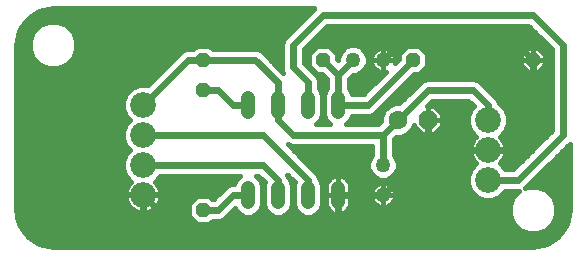
<source format=gbl>
G75*
G70*
%OFA0B0*%
%FSLAX24Y24*%
%IPPOS*%
%LPD*%
%AMOC8*
5,1,8,0,0,1.08239X$1,22.5*
%
%ADD10C,0.0860*%
%ADD11C,0.0480*%
%ADD12OC8,0.0480*%
%ADD13C,0.0500*%
%ADD14OC8,0.0630*%
%ADD15C,0.0630*%
%ADD16C,0.0240*%
%ADD17C,0.0160*%
D10*
X005181Y002681D03*
X005181Y003681D03*
X005181Y004681D03*
X005181Y005681D03*
X016681Y005181D03*
X016681Y004181D03*
X016681Y003181D03*
D11*
X011681Y002921D02*
X011681Y002441D01*
X010681Y002441D02*
X010681Y002921D01*
X009681Y002921D02*
X009681Y002441D01*
X008681Y002441D02*
X008681Y002921D01*
X008681Y005441D02*
X008681Y005921D01*
X009681Y005921D02*
X009681Y005441D01*
X010681Y005441D02*
X010681Y005921D01*
X011681Y005921D02*
X011681Y005441D01*
D12*
X011181Y007181D03*
X014181Y007181D03*
X018181Y007181D03*
X007181Y007181D03*
X007181Y006181D03*
X007181Y002181D03*
D13*
X013181Y002681D03*
X013181Y003681D03*
X013181Y007181D03*
X012181Y007181D03*
D14*
X014681Y005181D03*
D15*
X013681Y005181D03*
D16*
X014681Y006181D01*
X016181Y006181D01*
X016681Y005681D01*
X016681Y005181D01*
X017681Y004181D02*
X018181Y004681D01*
X018181Y007181D01*
X017181Y008181D01*
X014181Y008181D01*
X013181Y007181D01*
X012181Y007181D02*
X011681Y006681D01*
X011181Y007181D01*
X011681Y006681D02*
X011681Y005681D01*
X012681Y005681D01*
X014181Y007181D01*
X011181Y008681D02*
X018181Y008681D01*
X019181Y007681D01*
X019181Y004681D01*
X017681Y003181D01*
X016681Y003181D01*
X016681Y004181D02*
X014681Y004181D01*
X014681Y005181D01*
X013681Y005181D02*
X013181Y004681D01*
X010181Y004681D01*
X009681Y005181D01*
X009681Y005681D01*
X009681Y006431D01*
X008931Y007181D01*
X007181Y007181D01*
X006681Y007181D01*
X005181Y005681D01*
X005181Y004681D02*
X009181Y004681D01*
X010681Y003181D01*
X010681Y002681D01*
X009681Y002681D02*
X009681Y003181D01*
X009181Y003681D01*
X005181Y003681D01*
X005181Y002681D02*
X006681Y001181D01*
X011056Y001181D01*
X011681Y001806D01*
X011681Y002681D01*
X013181Y002681D01*
X014681Y004181D01*
X013181Y004681D02*
X013181Y003681D01*
X016681Y004181D02*
X017681Y004181D01*
X010681Y005681D02*
X010681Y006431D01*
X010181Y006931D01*
X010181Y007681D01*
X011181Y008681D01*
X008181Y005681D02*
X007681Y006181D01*
X007181Y006181D01*
X008181Y005681D02*
X008681Y005681D01*
X008681Y002681D02*
X008181Y002681D01*
X007681Y002181D01*
X007181Y002181D01*
D17*
X002022Y000972D02*
X001715Y001054D01*
X001439Y001214D01*
X001214Y001439D01*
X001054Y001715D01*
X000972Y002022D01*
X000961Y002181D01*
X000961Y002237D01*
X000961Y007626D01*
X000961Y007681D01*
X000972Y007841D01*
X001054Y008148D01*
X001214Y008424D01*
X001439Y008649D01*
X001715Y008809D01*
X002022Y008891D01*
X002181Y008901D01*
X010892Y008901D01*
X002180Y008901D01*
X001601Y008743D02*
X010734Y008743D01*
X010575Y008584D02*
X001374Y008584D01*
X001215Y008426D02*
X001940Y008426D01*
X002026Y008461D02*
X001740Y008343D01*
X001520Y008123D01*
X001401Y007837D01*
X001401Y007526D01*
X001520Y007240D01*
X001740Y007020D01*
X002026Y006901D01*
X002337Y006901D01*
X002623Y007020D01*
X002843Y007240D01*
X002961Y007526D01*
X002961Y007837D01*
X002843Y008123D01*
X002623Y008343D01*
X002337Y008461D01*
X002026Y008461D01*
X002423Y008426D02*
X010417Y008426D01*
X010258Y008267D02*
X002699Y008267D01*
X002849Y008109D02*
X010099Y008109D01*
X009941Y007950D02*
X002914Y007950D01*
X002961Y007791D02*
X009837Y007791D01*
X009821Y007753D02*
X009821Y007610D01*
X009821Y006860D01*
X009863Y006758D01*
X009237Y007385D01*
X009135Y007487D01*
X009003Y007541D01*
X007500Y007541D01*
X007380Y007661D01*
X006983Y007661D01*
X006863Y007541D01*
X006610Y007541D01*
X006477Y007487D01*
X006376Y007385D01*
X005334Y006343D01*
X005315Y006351D01*
X005048Y006351D01*
X004802Y006249D01*
X004613Y006061D01*
X004511Y005815D01*
X004511Y005548D01*
X004613Y005302D01*
X004734Y005181D01*
X004613Y005061D01*
X004511Y004815D01*
X004511Y004548D01*
X004613Y004302D01*
X004734Y004181D01*
X004613Y004061D01*
X004511Y003815D01*
X004511Y003548D01*
X004613Y003302D01*
X004791Y003125D01*
X004731Y003066D01*
X004677Y002991D01*
X004635Y002908D01*
X004606Y002820D01*
X004591Y002728D01*
X004591Y002700D01*
X005163Y002700D01*
X005163Y002663D01*
X005200Y002663D01*
X005200Y002700D01*
X005771Y002700D01*
X005771Y002728D01*
X005757Y002820D01*
X005728Y002908D01*
X005686Y002991D01*
X005631Y003066D01*
X005572Y003125D01*
X005749Y003302D01*
X005757Y003321D01*
X008403Y003321D01*
X008274Y003193D01*
X008212Y003041D01*
X008110Y003041D01*
X007977Y002987D01*
X007876Y002885D01*
X007532Y002541D01*
X007500Y002541D01*
X007380Y002661D01*
X006983Y002661D01*
X006701Y002380D01*
X006701Y001983D01*
X006983Y001701D01*
X007380Y001701D01*
X007500Y001821D01*
X007610Y001821D01*
X007753Y001821D01*
X007885Y001876D01*
X008246Y002237D01*
X008274Y002169D01*
X008409Y002034D01*
X008586Y001961D01*
X008777Y001961D01*
X008953Y002034D01*
X009088Y002169D01*
X009161Y002346D01*
X009161Y003017D01*
X009088Y003193D01*
X008960Y003321D01*
X009032Y003321D01*
X009241Y003113D01*
X009201Y003017D01*
X009201Y002346D01*
X009274Y002169D01*
X009409Y002034D01*
X009586Y001961D01*
X009777Y001961D01*
X009953Y002034D01*
X010088Y002169D01*
X010161Y002346D01*
X010161Y003017D01*
X010088Y003193D01*
X010041Y003240D01*
X010041Y003253D01*
X009999Y003354D01*
X010241Y003113D01*
X010201Y003017D01*
X010201Y002346D01*
X010274Y002169D01*
X010409Y002034D01*
X010586Y001961D01*
X010777Y001961D01*
X010953Y002034D01*
X011088Y002169D01*
X011161Y002346D01*
X011161Y003017D01*
X011088Y003193D01*
X011041Y003240D01*
X011041Y003253D01*
X010987Y003385D01*
X010885Y003487D01*
X010008Y004363D01*
X010110Y004321D01*
X012821Y004321D01*
X012821Y004014D01*
X012766Y003959D01*
X012691Y003779D01*
X012691Y003584D01*
X012766Y003404D01*
X012904Y003266D01*
X013084Y003191D01*
X013279Y003191D01*
X013459Y003266D01*
X013597Y003404D01*
X013671Y003584D01*
X013671Y003779D01*
X013597Y003959D01*
X013541Y004014D01*
X013541Y004532D01*
X013636Y004626D01*
X013792Y004626D01*
X013996Y004711D01*
X014152Y004867D01*
X014206Y004999D01*
X014206Y004985D01*
X014485Y004706D01*
X014681Y004706D01*
X014681Y005181D01*
X014682Y005181D01*
X014682Y005182D01*
X014681Y005182D01*
X014681Y005656D01*
X014665Y005656D01*
X014831Y005821D01*
X016032Y005821D01*
X016203Y005651D01*
X016113Y005561D01*
X016011Y005315D01*
X016011Y005048D01*
X016113Y004802D01*
X016291Y004625D01*
X016231Y004566D01*
X016177Y004491D01*
X016135Y004408D01*
X016106Y004320D01*
X016091Y004228D01*
X016091Y004200D01*
X016663Y004200D01*
X016663Y004163D01*
X016091Y004163D01*
X016091Y004135D01*
X016106Y004043D01*
X016135Y003955D01*
X016177Y003872D01*
X016231Y003797D01*
X016291Y003738D01*
X016113Y003561D01*
X016011Y003315D01*
X016011Y003048D01*
X016113Y002802D01*
X016302Y002613D01*
X016548Y002511D01*
X016815Y002511D01*
X017061Y002613D01*
X017249Y002802D01*
X017257Y002821D01*
X017718Y002821D01*
X017520Y002623D01*
X017401Y002337D01*
X017401Y002026D01*
X017520Y001740D01*
X017740Y001520D01*
X018026Y001401D01*
X018337Y001401D01*
X018623Y001520D01*
X018843Y001740D01*
X018961Y002026D01*
X018961Y002337D01*
X018843Y002623D01*
X018623Y002843D01*
X018337Y002961D01*
X018026Y002961D01*
X017931Y002922D01*
X017987Y002977D01*
X019401Y004392D01*
X019401Y002237D01*
X019401Y002181D01*
X019391Y002022D01*
X019309Y001715D01*
X019149Y001439D01*
X018924Y001214D01*
X018648Y001054D01*
X018341Y000972D01*
X018181Y000961D01*
X002181Y000961D01*
X002022Y000972D01*
X002022Y000972D01*
X002014Y000974D02*
X018349Y000974D01*
X018784Y001133D02*
X001579Y001133D01*
X001361Y001291D02*
X019002Y001291D01*
X019156Y001450D02*
X018453Y001450D01*
X018711Y001608D02*
X019247Y001608D01*
X019323Y001767D02*
X018854Y001767D01*
X018920Y001925D02*
X019365Y001925D01*
X019395Y002084D02*
X018961Y002084D01*
X018961Y002242D02*
X019401Y002242D01*
X019401Y002401D02*
X018935Y002401D01*
X018869Y002560D02*
X019401Y002560D01*
X019401Y002718D02*
X018748Y002718D01*
X018541Y002877D02*
X019401Y002877D01*
X019401Y003035D02*
X018044Y003035D01*
X018203Y003194D02*
X019401Y003194D01*
X019401Y003352D02*
X018361Y003352D01*
X018520Y003511D02*
X019401Y003511D01*
X019401Y003669D02*
X018678Y003669D01*
X018837Y003828D02*
X019401Y003828D01*
X019401Y003986D02*
X018996Y003986D01*
X019154Y004145D02*
X019401Y004145D01*
X019401Y004304D02*
X019313Y004304D01*
X018612Y004621D02*
X017077Y004621D01*
X017072Y004625D02*
X017249Y004802D01*
X017351Y005048D01*
X017351Y005315D01*
X017249Y005561D01*
X017061Y005749D01*
X017039Y005758D01*
X016987Y005885D01*
X016487Y006385D01*
X016385Y006487D01*
X016253Y006541D01*
X014610Y006541D01*
X014477Y006487D01*
X014376Y006385D01*
X013727Y005736D01*
X013571Y005736D01*
X013367Y005652D01*
X013211Y005496D01*
X013126Y005292D01*
X013126Y005136D01*
X013032Y005041D01*
X011960Y005041D01*
X012088Y005169D01*
X012151Y005321D01*
X012753Y005321D01*
X012885Y005376D01*
X012987Y005477D01*
X014211Y006701D01*
X014380Y006701D01*
X014661Y006983D01*
X014661Y007380D01*
X014380Y007661D01*
X013983Y007661D01*
X013701Y007380D01*
X013701Y007211D01*
X013582Y007091D01*
X013591Y007149D01*
X013591Y007181D01*
X013182Y007181D01*
X013182Y007182D01*
X013181Y007182D01*
X013181Y007591D01*
X013149Y007591D01*
X013085Y007581D01*
X013024Y007561D01*
X012966Y007532D01*
X012914Y007494D01*
X012869Y007449D01*
X012831Y007396D01*
X012801Y007339D01*
X012781Y007277D01*
X012771Y007214D01*
X012771Y007182D01*
X013181Y007182D01*
X013181Y007181D01*
X013182Y007181D01*
X013182Y006771D01*
X013214Y006771D01*
X013271Y006781D01*
X012532Y006041D01*
X012151Y006041D01*
X012088Y006193D01*
X012041Y006240D01*
X012041Y006532D01*
X012201Y006691D01*
X012279Y006691D01*
X012459Y006766D01*
X012597Y006904D01*
X012671Y007084D01*
X012671Y007279D01*
X012597Y007459D01*
X012459Y007597D01*
X012279Y007671D01*
X012084Y007671D01*
X011904Y007597D01*
X011766Y007459D01*
X011691Y007279D01*
X011691Y007201D01*
X011681Y007190D01*
X011661Y007211D01*
X011661Y007380D01*
X011380Y007661D01*
X010983Y007661D01*
X010701Y007380D01*
X010701Y006983D01*
X010983Y006701D01*
X011152Y006701D01*
X011321Y006532D01*
X011321Y006240D01*
X011274Y006193D01*
X011201Y006017D01*
X011201Y005346D01*
X011274Y005169D01*
X011403Y005041D01*
X010960Y005041D01*
X011088Y005169D01*
X011161Y005346D01*
X011161Y006017D01*
X011088Y006193D01*
X011041Y006240D01*
X011041Y006360D01*
X011041Y006503D01*
X010987Y006635D01*
X010541Y007081D01*
X010541Y007532D01*
X011331Y008321D01*
X018032Y008321D01*
X018821Y007532D01*
X018821Y004831D01*
X017532Y003541D01*
X017257Y003541D01*
X017249Y003561D01*
X017072Y003738D01*
X017131Y003797D01*
X017186Y003872D01*
X017228Y003955D01*
X017257Y004043D01*
X017271Y004135D01*
X017271Y004163D01*
X016700Y004163D01*
X016700Y004200D01*
X017271Y004200D01*
X017271Y004228D01*
X017257Y004320D01*
X017228Y004408D01*
X017186Y004491D01*
X017131Y004566D01*
X017072Y004625D01*
X017201Y004462D02*
X018453Y004462D01*
X018294Y004304D02*
X017259Y004304D01*
X017271Y004145D02*
X018136Y004145D01*
X017977Y003986D02*
X017238Y003986D01*
X017154Y003828D02*
X017819Y003828D01*
X017660Y003669D02*
X017141Y003669D01*
X016222Y003669D02*
X013671Y003669D01*
X013651Y003828D02*
X016209Y003828D01*
X016124Y003986D02*
X013569Y003986D01*
X013541Y004145D02*
X016091Y004145D01*
X016103Y004304D02*
X013541Y004304D01*
X013541Y004462D02*
X016162Y004462D01*
X016286Y004621D02*
X013630Y004621D01*
X014064Y004779D02*
X014412Y004779D01*
X014253Y004938D02*
X014181Y004938D01*
X014681Y004938D02*
X014682Y004938D01*
X014681Y005096D02*
X014682Y005096D01*
X014682Y005181D02*
X014682Y004706D01*
X014878Y004706D01*
X015156Y004985D01*
X015156Y005181D01*
X014682Y005181D01*
X014682Y005182D02*
X015156Y005182D01*
X015156Y005378D01*
X014878Y005656D01*
X014682Y005656D01*
X014682Y005182D01*
X014681Y005255D02*
X014682Y005255D01*
X014681Y005413D02*
X014682Y005413D01*
X014681Y005572D02*
X014682Y005572D01*
X014963Y005572D02*
X016124Y005572D01*
X016123Y005730D02*
X014739Y005730D01*
X015121Y005413D02*
X016052Y005413D01*
X016011Y005255D02*
X015156Y005255D01*
X015156Y005096D02*
X016011Y005096D01*
X016057Y004938D02*
X015109Y004938D01*
X014951Y004779D02*
X016136Y004779D01*
X017227Y004779D02*
X018770Y004779D01*
X018821Y004938D02*
X017306Y004938D01*
X017351Y005096D02*
X018821Y005096D01*
X018821Y005255D02*
X017351Y005255D01*
X017311Y005413D02*
X018821Y005413D01*
X018821Y005572D02*
X017238Y005572D01*
X017080Y005730D02*
X018821Y005730D01*
X018821Y005889D02*
X016983Y005889D01*
X016824Y006048D02*
X018821Y006048D01*
X018821Y006206D02*
X016666Y006206D01*
X016507Y006365D02*
X018821Y006365D01*
X018821Y006523D02*
X016297Y006523D01*
X017781Y007016D02*
X018016Y006781D01*
X018181Y006781D01*
X018181Y007181D01*
X018182Y007181D01*
X018182Y007182D01*
X018581Y007182D01*
X018581Y007347D01*
X018347Y007581D01*
X018182Y007581D01*
X018182Y007182D01*
X018181Y007182D01*
X018181Y007581D01*
X018016Y007581D01*
X017781Y007347D01*
X017781Y007182D01*
X018181Y007182D01*
X018181Y007181D01*
X017781Y007181D01*
X017781Y007016D01*
X017798Y006999D02*
X014661Y006999D01*
X014519Y006840D02*
X017957Y006840D01*
X018181Y006840D02*
X018182Y006840D01*
X018182Y006781D02*
X018347Y006781D01*
X018581Y007016D01*
X018581Y007181D01*
X018182Y007181D01*
X018182Y006781D01*
X018406Y006840D02*
X018821Y006840D01*
X018821Y006999D02*
X018564Y006999D01*
X018581Y007157D02*
X018821Y007157D01*
X018821Y007316D02*
X018581Y007316D01*
X018454Y007474D02*
X018821Y007474D01*
X018721Y007633D02*
X014409Y007633D01*
X014567Y007474D02*
X017909Y007474D01*
X017781Y007316D02*
X014661Y007316D01*
X014661Y007157D02*
X017781Y007157D01*
X018181Y007157D02*
X018182Y007157D01*
X018181Y006999D02*
X018182Y006999D01*
X018821Y006682D02*
X014191Y006682D01*
X014032Y006523D02*
X014566Y006523D01*
X014356Y006365D02*
X013874Y006365D01*
X013715Y006206D02*
X014197Y006206D01*
X014038Y006048D02*
X013557Y006048D01*
X013398Y005889D02*
X013880Y005889D01*
X013557Y005730D02*
X013240Y005730D01*
X013287Y005572D02*
X013081Y005572D01*
X013177Y005413D02*
X012922Y005413D01*
X013126Y005255D02*
X012124Y005255D01*
X012015Y005096D02*
X013087Y005096D01*
X012821Y004304D02*
X010068Y004304D01*
X010227Y004145D02*
X012821Y004145D01*
X012794Y003986D02*
X010385Y003986D01*
X010544Y003828D02*
X012712Y003828D01*
X012691Y003669D02*
X010703Y003669D01*
X010861Y003511D02*
X012722Y003511D01*
X012818Y003352D02*
X011000Y003352D01*
X011088Y003194D02*
X011388Y003194D01*
X011371Y003176D02*
X011327Y003111D01*
X011297Y003038D01*
X011281Y002961D01*
X011281Y002682D01*
X011681Y002682D01*
X011681Y003321D01*
X011642Y003321D01*
X011565Y003306D01*
X011492Y003276D01*
X011426Y003232D01*
X011371Y003176D01*
X011296Y003035D02*
X011154Y003035D01*
X011161Y002877D02*
X011281Y002877D01*
X011281Y002718D02*
X011161Y002718D01*
X011281Y002681D02*
X011281Y002402D01*
X011297Y002325D01*
X011327Y002252D01*
X011371Y002186D01*
X011426Y002131D01*
X011492Y002087D01*
X011565Y002057D01*
X011642Y002041D01*
X011681Y002041D01*
X011681Y002681D01*
X011682Y002681D01*
X011682Y002682D01*
X012081Y002682D01*
X012081Y002961D01*
X012066Y003038D01*
X012036Y003111D01*
X011992Y003176D01*
X011936Y003232D01*
X011871Y003276D01*
X011798Y003306D01*
X011721Y003321D01*
X011682Y003321D01*
X011682Y002682D01*
X011681Y002682D01*
X011681Y002681D01*
X011281Y002681D01*
X011281Y002560D02*
X011161Y002560D01*
X011161Y002401D02*
X011282Y002401D01*
X011333Y002242D02*
X011119Y002242D01*
X011003Y002084D02*
X011499Y002084D01*
X011681Y002084D02*
X011682Y002084D01*
X011682Y002041D02*
X011721Y002041D01*
X011798Y002057D01*
X011871Y002087D01*
X011936Y002131D01*
X011992Y002186D01*
X012036Y002252D01*
X012066Y002325D01*
X012081Y002402D01*
X012081Y002681D01*
X011682Y002681D01*
X011682Y002041D01*
X011864Y002084D02*
X017401Y002084D01*
X017401Y002242D02*
X012030Y002242D01*
X012081Y002401D02*
X012882Y002401D01*
X012869Y002414D02*
X012914Y002369D01*
X012966Y002331D01*
X013024Y002301D01*
X013085Y002281D01*
X013149Y002271D01*
X013181Y002271D01*
X013181Y002681D01*
X012771Y002681D01*
X012771Y002649D01*
X012781Y002585D01*
X012801Y002524D01*
X012831Y002466D01*
X012869Y002414D01*
X012790Y002560D02*
X012081Y002560D01*
X012081Y002718D02*
X012772Y002718D01*
X012771Y002714D02*
X012771Y002682D01*
X013181Y002682D01*
X013181Y003091D01*
X013149Y003091D01*
X013085Y003081D01*
X013024Y003061D01*
X012966Y003032D01*
X012914Y002994D01*
X012869Y002949D01*
X012831Y002896D01*
X012801Y002839D01*
X012781Y002777D01*
X012771Y002714D01*
X012821Y002877D02*
X012081Y002877D01*
X012067Y003035D02*
X012973Y003035D01*
X013181Y003035D02*
X013182Y003035D01*
X013182Y003091D02*
X013182Y002682D01*
X013181Y002682D01*
X013181Y002681D01*
X013182Y002681D01*
X013182Y002682D01*
X013591Y002682D01*
X013591Y002714D01*
X013581Y002777D01*
X013561Y002839D01*
X013532Y002896D01*
X013494Y002949D01*
X013449Y002994D01*
X013396Y003032D01*
X013339Y003061D01*
X013277Y003081D01*
X013214Y003091D01*
X013182Y003091D01*
X013284Y003194D02*
X016011Y003194D01*
X016027Y003352D02*
X013545Y003352D01*
X013641Y003511D02*
X016093Y003511D01*
X016017Y003035D02*
X013390Y003035D01*
X013542Y002877D02*
X016082Y002877D01*
X016197Y002718D02*
X013591Y002718D01*
X013591Y002681D02*
X013182Y002681D01*
X013182Y002271D01*
X013214Y002271D01*
X013277Y002281D01*
X013339Y002301D01*
X013396Y002331D01*
X013449Y002369D01*
X013494Y002414D01*
X013532Y002466D01*
X013561Y002524D01*
X013581Y002585D01*
X013591Y002649D01*
X013591Y002681D01*
X013573Y002560D02*
X016432Y002560D01*
X016931Y002560D02*
X017494Y002560D01*
X017428Y002401D02*
X013481Y002401D01*
X013182Y002401D02*
X013181Y002401D01*
X013181Y002560D02*
X013182Y002560D01*
X013181Y002718D02*
X013182Y002718D01*
X013181Y002877D02*
X013182Y002877D01*
X013078Y003194D02*
X011975Y003194D01*
X011682Y003194D02*
X011681Y003194D01*
X011681Y003035D02*
X011682Y003035D01*
X011681Y002877D02*
X011682Y002877D01*
X011681Y002718D02*
X011682Y002718D01*
X011681Y002560D02*
X011682Y002560D01*
X011681Y002401D02*
X011682Y002401D01*
X011681Y002242D02*
X011682Y002242D01*
X010360Y002084D02*
X010003Y002084D01*
X010119Y002242D02*
X010244Y002242D01*
X010201Y002401D02*
X010161Y002401D01*
X010161Y002560D02*
X010201Y002560D01*
X010201Y002718D02*
X010161Y002718D01*
X010161Y002877D02*
X010201Y002877D01*
X010209Y003035D02*
X010154Y003035D01*
X010160Y003194D02*
X010088Y003194D01*
X010000Y003352D02*
X010001Y003352D01*
X009209Y003035D02*
X009154Y003035D01*
X009161Y002877D02*
X009201Y002877D01*
X009201Y002718D02*
X009161Y002718D01*
X009161Y002560D02*
X009201Y002560D01*
X009201Y002401D02*
X009161Y002401D01*
X009119Y002242D02*
X009244Y002242D01*
X009360Y002084D02*
X009003Y002084D01*
X008360Y002084D02*
X008093Y002084D01*
X007934Y001925D02*
X017443Y001925D01*
X017509Y001767D02*
X007446Y001767D01*
X006917Y001767D02*
X001040Y001767D01*
X001116Y001608D02*
X017651Y001608D01*
X017909Y001450D02*
X001207Y001450D01*
X000998Y001925D02*
X006759Y001925D01*
X006701Y002084D02*
X000968Y002084D01*
X000961Y002242D02*
X004786Y002242D01*
X004797Y002231D02*
X004872Y002177D01*
X004955Y002135D01*
X005043Y002106D01*
X005135Y002091D01*
X005163Y002091D01*
X005163Y002663D01*
X004591Y002663D01*
X004591Y002635D01*
X004606Y002543D01*
X004635Y002455D01*
X004677Y002372D01*
X004731Y002297D01*
X004797Y002231D01*
X004662Y002401D02*
X000961Y002401D01*
X000961Y002560D02*
X004603Y002560D01*
X004591Y002718D02*
X000961Y002718D01*
X000961Y002877D02*
X004625Y002877D01*
X004709Y003035D02*
X000961Y003035D01*
X000961Y003194D02*
X004722Y003194D01*
X004593Y003352D02*
X000961Y003352D01*
X000961Y003511D02*
X004527Y003511D01*
X004511Y003669D02*
X000961Y003669D01*
X000961Y003828D02*
X004517Y003828D01*
X004583Y003986D02*
X000961Y003986D01*
X000961Y004145D02*
X004698Y004145D01*
X004613Y004304D02*
X000961Y004304D01*
X000961Y004462D02*
X004547Y004462D01*
X004511Y004621D02*
X000961Y004621D01*
X000961Y004779D02*
X004511Y004779D01*
X004562Y004938D02*
X000961Y004938D01*
X000961Y005096D02*
X004649Y005096D01*
X004661Y005255D02*
X000961Y005255D01*
X000961Y005413D02*
X004567Y005413D01*
X004511Y005572D02*
X000961Y005572D01*
X000961Y005730D02*
X004511Y005730D01*
X004542Y005889D02*
X000961Y005889D01*
X000961Y006048D02*
X004608Y006048D01*
X004759Y006206D02*
X000961Y006206D01*
X000961Y006365D02*
X005356Y006365D01*
X005514Y006523D02*
X000961Y006523D01*
X000961Y006682D02*
X005673Y006682D01*
X005831Y006840D02*
X000961Y006840D01*
X000961Y006999D02*
X001791Y006999D01*
X001602Y007157D02*
X000961Y007157D01*
X000961Y007316D02*
X001489Y007316D01*
X001423Y007474D02*
X000961Y007474D01*
X000961Y007633D02*
X001401Y007633D01*
X001401Y007791D02*
X000969Y007791D01*
X001001Y007950D02*
X001448Y007950D01*
X001514Y008109D02*
X001044Y008109D01*
X001123Y008267D02*
X001664Y008267D01*
X002961Y007633D02*
X006954Y007633D01*
X007409Y007633D02*
X009821Y007633D01*
X009821Y007753D02*
X009876Y007885D01*
X010876Y008885D01*
X010892Y008901D01*
X011276Y008267D02*
X018087Y008267D01*
X018245Y008109D02*
X011118Y008109D01*
X010959Y007950D02*
X018404Y007950D01*
X018562Y007791D02*
X010801Y007791D01*
X010954Y007633D02*
X010642Y007633D01*
X010541Y007474D02*
X010796Y007474D01*
X010701Y007316D02*
X010541Y007316D01*
X010541Y007157D02*
X010701Y007157D01*
X010701Y006999D02*
X010623Y006999D01*
X010782Y006840D02*
X010844Y006840D01*
X010940Y006682D02*
X011172Y006682D01*
X011033Y006523D02*
X011321Y006523D01*
X011321Y006365D02*
X011041Y006365D01*
X011076Y006206D02*
X011287Y006206D01*
X011214Y006048D02*
X011149Y006048D01*
X011161Y005889D02*
X011201Y005889D01*
X011201Y005730D02*
X011161Y005730D01*
X011161Y005572D02*
X011201Y005572D01*
X011201Y005413D02*
X011161Y005413D01*
X011124Y005255D02*
X011239Y005255D01*
X011348Y005096D02*
X011015Y005096D01*
X012149Y006048D02*
X012538Y006048D01*
X012697Y006206D02*
X012076Y006206D01*
X012041Y006365D02*
X012856Y006365D01*
X013014Y006523D02*
X012041Y006523D01*
X012191Y006682D02*
X013173Y006682D01*
X013181Y006771D02*
X013181Y007181D01*
X012771Y007181D01*
X012771Y007149D01*
X012781Y007085D01*
X012801Y007024D01*
X012831Y006966D01*
X012869Y006914D01*
X012914Y006869D01*
X012966Y006831D01*
X013024Y006801D01*
X013085Y006781D01*
X013149Y006771D01*
X013181Y006771D01*
X013181Y006840D02*
X013182Y006840D01*
X013181Y006999D02*
X013182Y006999D01*
X012953Y006840D02*
X012533Y006840D01*
X012636Y006999D02*
X012814Y006999D01*
X012771Y007157D02*
X012671Y007157D01*
X012656Y007316D02*
X012794Y007316D01*
X012895Y007474D02*
X012581Y007474D01*
X012372Y007633D02*
X013954Y007633D01*
X013796Y007474D02*
X013468Y007474D01*
X013449Y007494D02*
X013396Y007532D01*
X013339Y007561D01*
X013277Y007581D01*
X013214Y007591D01*
X013182Y007591D01*
X013182Y007182D01*
X013591Y007182D01*
X013591Y007214D01*
X013581Y007277D01*
X013561Y007339D01*
X013532Y007396D01*
X013494Y007449D01*
X013449Y007494D01*
X013569Y007316D02*
X013701Y007316D01*
X013648Y007157D02*
X013591Y007157D01*
X013182Y007157D02*
X013181Y007157D01*
X013181Y007316D02*
X013182Y007316D01*
X013181Y007474D02*
X013182Y007474D01*
X011991Y007633D02*
X011409Y007633D01*
X011567Y007474D02*
X011781Y007474D01*
X011707Y007316D02*
X011661Y007316D01*
X009821Y007316D02*
X009306Y007316D01*
X009147Y007474D02*
X009821Y007474D01*
X009821Y007157D02*
X009465Y007157D01*
X009623Y006999D02*
X009821Y006999D01*
X009829Y006840D02*
X009782Y006840D01*
X006465Y007474D02*
X002940Y007474D01*
X002874Y007316D02*
X006307Y007316D01*
X006148Y007157D02*
X002760Y007157D01*
X002572Y006999D02*
X005990Y006999D01*
X005641Y003194D02*
X008275Y003194D01*
X008095Y003035D02*
X005654Y003035D01*
X005738Y002877D02*
X007868Y002877D01*
X007709Y002718D02*
X005771Y002718D01*
X005771Y002663D02*
X005200Y002663D01*
X005200Y002091D01*
X005228Y002091D01*
X005320Y002106D01*
X005408Y002135D01*
X005491Y002177D01*
X005566Y002231D01*
X005631Y002297D01*
X005686Y002372D01*
X005728Y002455D01*
X005757Y002543D01*
X005771Y002635D01*
X005771Y002663D01*
X005759Y002560D02*
X006881Y002560D01*
X006722Y002401D02*
X005701Y002401D01*
X005577Y002242D02*
X006701Y002242D01*
X007482Y002560D02*
X007550Y002560D01*
X009088Y003194D02*
X009160Y003194D01*
X005200Y002560D02*
X005163Y002560D01*
X005163Y002401D02*
X005200Y002401D01*
X005200Y002242D02*
X005163Y002242D01*
X014681Y004779D02*
X014682Y004779D01*
X017166Y002718D02*
X017615Y002718D01*
X018181Y007316D02*
X018182Y007316D01*
X018181Y007474D02*
X018182Y007474D01*
M02*

</source>
